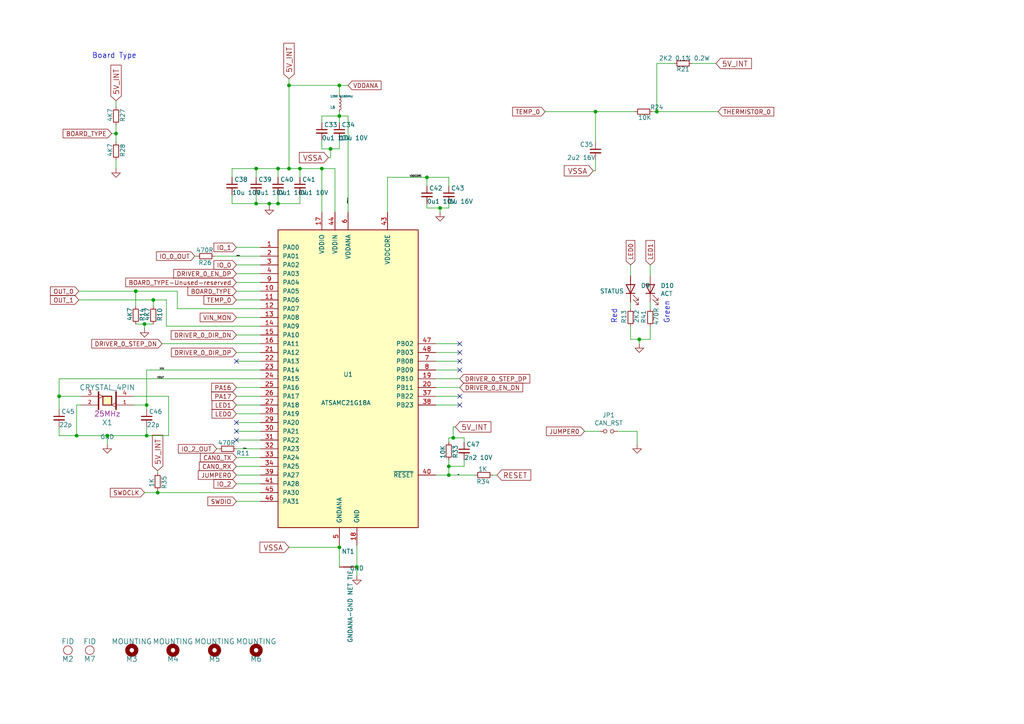
<source format=kicad_sch>
(kicad_sch (version 20211123) (generator eeschema)
  (paper "A4")
  (title_block (title "Duet 3 Expansion 1XD") (date "2022-12-08") (rev "1.1") (company "Duet3D") (comment 1 "(c) Duet3D") (comment 2 "www.duet3d.com"))
  (lib_symbols
    (symbol "Device:C_Small" (pin_numbers hide) (pin_names (offset 0.254) hide)
      (property "Reference" "C" (at 0.254 1.778 0))
      (property "Value" "C_Small" (at 0.254 -2.032 0))
      (symbol "C_Small_0_1"
        (polyline (pts (xy -1.524 -0.508) (xy 1.524 -0.508)) (stroke (width 0.3302)))
        (polyline (pts (xy -1.524 0.508) (xy 1.524 0.508)) (stroke (width 0.3048)))
      )
      (symbol "C_Small_1_1"
        (pin passive line (at 0 2.54 270) (length 2.032) (name "~") (number "1"))
        (pin passive line (at 0 -2.54 90) (length 2.032) (name "~") (number "2"))
      )
    )
    (symbol "Device:Jumper_NO_Small" (pin_numbers hide) (pin_names (offset 0.762) hide)
      (property "Reference" "JP" (at 0 2.032 0))
      (property "Value" "Device_Jumper_NO_Small" (at 0.254 -1.524 0))
      (symbol "Jumper_NO_Small_0_1"
        (circle (center -1.016 0) (radius 0.508))
        (circle (center 1.016 0) (radius 0.508))
        (pin passive line (at -2.54 0 0) (length 1.016) (name "1") (number "1"))
        (pin passive line (at 2.54 0 180) (length 1.016) (name "2") (number "2"))
      )
    )
    (symbol "Device:LED" (pin_numbers hide) (pin_names (offset 1.016) hide)
      (property "Reference" "D" (at 0 2.54 0))
      (property "Value" "LED" (at 0 -2.54 0))
      (symbol "LED_0_1"
        (polyline (pts (xy -1.27 -1.27) (xy -1.27 1.27)) (stroke (width 0.254)))
        (polyline (pts (xy -1.27 0) (xy 1.27 0)))
        (polyline (pts (xy 1.27 -1.27) (xy 1.27 1.27) (xy -1.27 0) (xy 1.27 -1.27)) (stroke (width 0.254)))
        (polyline (pts (xy -3.048 -0.762) (xy -4.572 -2.286) (xy -3.81 -2.286) (xy -4.572 -2.286) (xy -4.572 -1.524)))
        (polyline (pts (xy -1.778 -0.762) (xy -3.302 -2.286) (xy -2.54 -2.286) (xy -3.302 -2.286) (xy -3.302 -1.524)))
      )
      (symbol "LED_1_1"
        (pin passive line (at -3.81 0 0) (length 2.54) (name "K") (number "1"))
        (pin passive line (at 3.81 0 180) (length 2.54) (name "A") (number "2"))
      )
    )
    (symbol "Device:L_Small" (pin_numbers hide) (pin_names (offset 0.254) hide)
      (property "Reference" "L" (at 0.762 1.016 0))
      (property "Value" "L_Small" (at 0.762 -1.016 0))
      (symbol "L_Small_0_1"
        (arc (start 0 -2.032) (mid 0.508 -1.524) (end 0 -1.016))
        (arc (start 0 -1.016) (mid 0.508 -0.508) (end 0 0))
        (arc (start 0 0) (mid 0.508 0.508) (end 0 1.016))
        (arc (start 0 1.016) (mid 0.508 1.524) (end 0 2.032))
      )
      (symbol "L_Small_1_1"
        (pin passive line (at 0 2.54 270) (length 0.508) (name "~") (number "1"))
        (pin passive line (at 0 -2.54 90) (length 0.508) (name "~") (number "2"))
      )
    )
    (symbol "Device:Net-Tie_2" (pin_numbers hide) (pin_names (offset 0) hide)
      (property "Reference" "NT" (at 0 1.27 0))
      (property "Value" "Device_Net-Tie_2" (at 0 -1.27 0))
      (symbol "Net-Tie_2_0_1"
        (polyline (pts (xy -1.27 0) (xy 1.27 0)) (stroke (width 0.254)))
      )
      (symbol "Net-Tie_2_1_1"
        (pin passive line (at -2.54 0 0) (length 2.54) (name "1") (number "1"))
        (pin passive line (at 2.54 0 180) (length 2.54) (name "2") (number "2"))
      )
    )
    (symbol "Device:R_Small" (pin_numbers hide) (pin_names (offset 0.254) hide)
      (property "Reference" "R" (at 0.762 0.508 0))
      (property "Value" "R_Small" (at 0.762 -1.016 0))
      (symbol "R_Small_0_1"
        (rectangle (start -0.762 1.778) (end 0.762 -1.778) (stroke (width 0.2032)))
      )
      (symbol "R_Small_1_1"
        (pin passive line (at 0 2.54 270) (length 0.762) (name "~") (number "1"))
        (pin passive line (at 0 -2.54 90) (length 0.762) (name "~") (number "2"))
      )
    )
    (symbol "Duet3:ATSAMC21G18B-MU-MCU_Microchip_SAMC" (pin_names (offset 1.27))
      (property "Reference" "U" (at 0 2.54 0))
      (property "Value" "ATSAMC21G18B-MU-MCU_Microchip_SAMC" (at 1.27 11.43 0))
      (symbol "ATSAMC21G18B-MU-MCU_Microchip_SAMC_0_1"
        (rectangle (start -20.32 43.18) (end 20.32 -43.18) (stroke (width 0.254)) (fill (type background)))
      )
      (symbol "ATSAMC21G18B-MU-MCU_Microchip_SAMC_1_1"
        (pin bidirectional line (at -25.4 38.1 0) (length 5.08) (name "PA00") (number "1"))
        (pin bidirectional line (at -25.4 25.4 0) (length 5.08) (name "PA05") (number "10"))
        (pin bidirectional line (at -25.4 22.86 0) (length 5.08) (name "PA06") (number "11"))
        (pin bidirectional line (at -25.4 20.32 0) (length 5.08) (name "PA07") (number "12"))
        (pin bidirectional line (at -25.4 17.78 0) (length 5.08) (name "PA08") (number "13"))
        (pin bidirectional line (at -25.4 15.24 0) (length 5.08) (name "PA09") (number "14"))
        (pin bidirectional line (at -25.4 12.7 0) (length 5.08) (name "PA10") (number "15"))
        (pin bidirectional line (at -25.4 10.16 0) (length 5.08) (name "PA11") (number "16"))
        (pin power_in line (at -7.62 48.26 270) (length 5.08) (name "VDDIO") (number "17"))
        (pin power_in line (at 2.54 -48.26 90) (length 5.08) (name "GND") (number "18"))
        (pin bidirectional line (at 25.4 0 180) (length 5.08) (name "PB10") (number "19"))
        (pin bidirectional line (at -25.4 35.56 0) (length 5.08) (name "PA01") (number "2"))
        (pin bidirectional line (at 25.4 -2.54 180) (length 5.08) (name "PB11") (number "20"))
        (pin bidirectional line (at -25.4 7.62 0) (length 5.08) (name "PA12") (number "21"))
        (pin bidirectional line (at -25.4 5.08 0) (length 5.08) (name "PA13") (number "22"))
        (pin bidirectional line (at -25.4 2.54 0) (length 5.08) (name "PA14") (number "23"))
        (pin bidirectional line (at -25.4 0 0) (length 5.08) (name "PA15") (number "24"))
        (pin bidirectional line (at -25.4 -2.54 0) (length 5.08) (name "PA16") (number "25"))
        (pin bidirectional line (at -25.4 -5.08 0) (length 5.08) (name "PA17") (number "26"))
        (pin bidirectional line (at -25.4 -7.62 0) (length 5.08) (name "PA18") (number "27"))
        (pin bidirectional line (at -25.4 -10.16 0) (length 5.08) (name "PA19") (number "28"))
        (pin bidirectional line (at -25.4 -12.7 0) (length 5.08) (name "PA20") (number "29"))
        (pin bidirectional line (at -25.4 33.02 0) (length 5.08) (name "PA02") (number "3"))
        (pin bidirectional line (at -25.4 -15.24 0) (length 5.08) (name "PA21") (number "30"))
        (pin bidirectional line (at -25.4 -17.78 0) (length 5.08) (name "PA22") (number "31"))
        (pin bidirectional line (at -25.4 -20.32 0) (length 5.08) (name "PA23") (number "32"))
        (pin bidirectional line (at -25.4 -22.86 0) (length 5.08) (name "PA24") (number "33"))
        (pin bidirectional line (at -25.4 -25.4 0) (length 5.08) (name "PA25") (number "34"))
        (pin passive line (at 2.54 -48.26 90) (length 5.08) hide (name "GND") (number "35"))
        (pin passive line (at -7.62 48.26 270) (length 5.08) hide (name "VDDIO") (number "36"))
        (pin bidirectional line (at 25.4 -5.08 180) (length 5.08) (name "PB22") (number "37"))
        (pin bidirectional line (at 25.4 -7.62 180) (length 5.08) (name "PB23") (number "38"))
        (pin bidirectional line (at -25.4 -27.94 0) (length 5.08) (name "PA27") (number "39"))
        (pin bidirectional line (at -25.4 30.48 0) (length 5.08) (name "PA03") (number "4"))
        (pin input line (at 25.4 -27.94 180) (length 5.08) (name "~{RESET}") (number "40"))
        (pin bidirectional line (at -25.4 -30.48 0) (length 5.08) (name "PA28") (number "41"))
        (pin passive line (at 2.54 -48.26 90) (length 5.08) hide (name "GND") (number "42"))
        (pin power_in line (at 11.43 48.26 270) (length 5.08) (name "VDDCORE") (number "43"))
        (pin power_in line (at -3.81 48.26 270) (length 5.08) (name "VDDIN") (number "44"))
        (pin bidirectional line (at -25.4 -33.02 0) (length 5.08) (name "PA30") (number "45"))
        (pin bidirectional line (at -25.4 -35.56 0) (length 5.08) (name "PA31") (number "46"))
        (pin bidirectional line (at 25.4 10.16 180) (length 5.08) (name "PB02") (number "47"))
        (pin bidirectional line (at 25.4 7.62 180) (length 5.08) (name "PB03") (number "48"))
        (pin passive line (at 2.54 -48.26 90) (length 5.08) hide (name "GND") (number "49"))
        (pin power_in line (at -2.54 -48.26 90) (length 5.08) (name "GNDANA") (number "5"))
        (pin power_in line (at 0 48.26 270) (length 5.08) (name "VDDANA") (number "6"))
        (pin bidirectional line (at 25.4 5.08 180) (length 5.08) (name "PB08") (number "7"))
        (pin bidirectional line (at 25.4 2.54 180) (length 5.08) (name "PB09") (number "8"))
        (pin bidirectional line (at -25.4 27.94 0) (length 5.08) (name "PA04") (number "9"))
      )
    )
    (symbol "Duet3:CRYSTAL_4PIN" (pin_names (offset 1.016) hide)
      (property "Reference" "X" (at 0 3.81 0))
      (property "Value" "CRYSTAL_4PIN" (at 0 -3.81 0))
      (symbol "CRYSTAL_4PIN_0_1"
        (polyline (pts (xy -2.54 2.54) (xy -2.54 -2.54)) (stroke (width 0.4064)))
        (polyline (pts (xy 2.54 2.54) (xy 2.54 -2.54)) (stroke (width 0.4064)))
        (polyline (pts (xy -1.27 1.27) (xy 1.27 1.27) (xy 1.27 -1.27) (xy -1.27 -1.27) (xy -1.27 1.27)) (stroke (width 0.3048)) (fill (type background)))
      )
      (symbol "CRYSTAL_4PIN_1_1"
        (pin passive clock (at -7.62 1.27 0) (length 5.08) (name "1") (number "1"))
        (pin passive line (at 7.62 1.27 180) (length 5.08) (name "2") (number "2"))
        (pin passive clock (at 7.62 -1.27 180) (length 5.08) (name "3") (number "3"))
        (pin passive line (at -7.62 -1.27 0) (length 5.08) (name "4") (number "4"))
      )
    )
    (symbol "Duet3:FID" (pin_names (offset 1.016))
      (property "Reference" "M" (at 0 -2.54 0))
      (property "Value" "FID" (at 0 2.54 0))
      (symbol "FID_0_1"
        (circle (center 0 0) (radius 1.27))
      )
    )
    (symbol "Mechanical:MountingHole" (pin_names (offset 1.016))
      (property "Reference" "H" (at 0 5.08 0))
      (property "Value" "MountingHole" (at 0 3.175 0))
      (symbol "MountingHole_0_1"
        (circle (center 0 0) (radius 1.27) (stroke (width 1.27)))
      )
    )
    (symbol "power:GND" (power) (pin_numbers hide) (pin_names (offset 0) hide)
      (property "Value" "GND" (at 0 -3.81 0))
      (symbol "GND_0_1"
        (polyline (pts (xy 0 0) (xy 0 -1.27) (xy 1.27 -1.27) (xy 0 -2.54) (xy -1.27 -1.27) (xy 0 -1.27)))
      )
      (symbol "GND_1_1"
        (pin power_in line (at 0 0 270) (length 0) hide (name "GND") (number "1"))
      )
    )
  )
  (junction (at 130.175 135.255))
  (junction (at 39.37 84.455))
  (junction (at 103.505 164.465))
  (junction (at 17.145 114.935))
  (junction (at 190.5 32.385))
  (junction (at 45.72 142.875))
  (junction (at 172.72 32.385))
  (junction (at 33.655 38.735))
  (junction (at 98.425 24.765))
  (junction (at 131.445 127))
  (junction (at 127.635 60.325))
  (junction (at 80.645 48.895))
  (junction (at 74.295 59.055))
  (junction (at 42.545 117.475))
  (junction (at 93.345 48.895))
  (junction (at 44.45 86.995))
  (junction (at 98.425 158.75))
  (junction (at 130.175 137.795))
  (junction (at 74.295 48.895))
  (junction (at 95.885 43.18))
  (junction (at 86.995 48.895))
  (junction (at 98.425 33.655))
  (junction (at 41.91 93.98))
  (junction (at 22.225 126.365))
  (junction (at 42.545 126.365))
  (junction (at 78.105 59.055))
  (junction (at 83.82 24.765))
  (junction (at 31.115 126.365))
  (junction (at 83.82 48.895))
  (junction (at 123.825 51.435))
  (junction (at 185.42 98.425))
  (junction (at 80.645 59.055))
  (no_connect (at 133.35 117.475))
  (no_connect (at 68.58 122.555))
  (no_connect (at 133.35 114.935))
  (no_connect (at 68.58 104.775))
  (no_connect (at 133.35 102.235))
  (no_connect (at 68.58 125.095))
  (no_connect (at 133.35 104.775))
  (no_connect (at 68.58 127.635))
  (no_connect (at 133.35 99.695))
  (no_connect (at 133.35 107.315))
  (wire (pts (xy 98.425 158.115) (xy 98.425 158.75)))
  (wire (pts (xy 22.225 126.365) (xy 17.145 126.365)))
  (wire (pts (xy 98.425 27.305) (xy 98.425 24.765)))
  (wire (pts (xy 130.175 127) (xy 130.175 128.27)))
  (wire (pts (xy 98.425 24.765) (xy 83.82 24.765)))
  (wire (pts (xy 182.88 87.63) (xy 182.88 89.535)))
  (wire (pts (xy 68.58 132.715) (xy 75.565 132.715)))
  (wire (pts (xy 33.655 38.735) (xy 32.385 38.735)))
  (wire (pts (xy 112.395 51.435) (xy 123.825 51.435)))
  (wire (pts (xy 68.58 122.555) (xy 75.565 122.555)))
  (wire (pts (xy 93.345 43.18) (xy 95.885 43.18)))
  (wire (pts (xy 80.645 48.895) (xy 80.645 51.435)))
  (wire (pts (xy 103.505 164.465) (xy 103.505 167.005)))
  (wire (pts (xy 74.295 48.895) (xy 74.295 51.435)))
  (wire (pts (xy 133.35 109.855) (xy 126.365 109.855)))
  (wire (pts (xy 68.58 104.775) (xy 75.565 104.775)))
  (wire (pts (xy 93.345 33.655) (xy 93.345 35.56)))
  (wire (pts (xy 190.5 32.385) (xy 208.28 32.385)))
  (wire (pts (xy 98.425 158.75) (xy 98.425 164.465)))
  (wire (pts (xy 182.88 98.425) (xy 185.42 98.425)))
  (wire (pts (xy 131.445 127) (xy 131.445 123.825)))
  (wire (pts (xy 42.545 126.365) (xy 42.545 123.825)))
  (wire (pts (xy 78.105 59.055) (xy 80.645 59.055)))
  (wire (pts (xy 86.995 48.895) (xy 86.995 51.435)))
  (wire (pts (xy 93.345 48.895) (xy 93.345 61.595)))
  (wire (pts (xy 127.635 61.595) (xy 127.635 60.325)))
  (wire (pts (xy 133.35 112.395) (xy 126.365 112.395)))
  (wire (pts (xy 130.175 135.255) (xy 130.175 137.795)))
  (wire (pts (xy 130.175 137.795) (xy 137.795 137.795)))
  (wire (pts (xy 46.99 99.695) (xy 75.565 99.695)))
  (wire (pts (xy 68.58 112.395) (xy 75.565 112.395)))
  (wire (pts (xy 134.62 128.27) (xy 134.62 127)))
  (wire (pts (xy 17.145 114.935) (xy 23.495 114.935)))
  (wire (pts (xy 41.91 142.875) (xy 45.72 142.875)))
  (wire (pts (xy 48.26 94.615) (xy 48.26 86.995)))
  (wire (pts (xy 48.26 86.995) (xy 44.45 86.995)))
  (wire (pts (xy 67.31 59.055) (xy 74.295 59.055)))
  (wire (pts (xy 23.495 117.475) (xy 22.225 117.475)))
  (wire (pts (xy 33.655 46.355) (xy 33.655 48.895)))
  (wire (pts (xy 45.72 142.875) (xy 75.565 142.875)))
  (wire (pts (xy 134.62 127) (xy 131.445 127)))
  (wire (pts (xy 127.635 60.325) (xy 123.825 60.325)))
  (wire (pts (xy 172.72 41.275) (xy 172.72 32.385)))
  (wire (pts (xy 39.37 88.9) (xy 39.37 84.455)))
  (wire (pts (xy 93.345 43.18) (xy 93.345 40.64)))
  (wire (pts (xy 17.145 109.855) (xy 17.145 114.935)))
  (wire (pts (xy 62.23 74.295) (xy 75.565 74.295)))
  (wire (pts (xy 112.395 61.595) (xy 112.395 51.435)))
  (wire (pts (xy 182.88 76.835) (xy 182.88 80.01)))
  (wire (pts (xy 95.25 45.72) (xy 95.885 45.72)))
  (wire (pts (xy 33.655 29.21) (xy 33.655 31.115)))
  (wire (pts (xy 51.435 84.455) (xy 51.435 89.535)))
  (wire (pts (xy 68.58 92.075) (xy 75.565 92.075)))
  (wire (pts (xy 179.07 125.095) (xy 184.785 125.095)))
  (wire (pts (xy 126.365 137.795) (xy 130.175 137.795)))
  (wire (pts (xy 185.42 98.425) (xy 188.595 98.425)))
  (wire (pts (xy 78.105 59.055) (xy 78.105 59.69)))
  (wire (pts (xy 48.26 94.615) (xy 75.565 94.615)))
  (wire (pts (xy 56.515 74.295) (xy 57.15 74.295)))
  (wire (pts (xy 83.82 24.765) (xy 83.82 48.895)))
  (wire (pts (xy 185.42 99.695) (xy 185.42 98.425)))
  (wire (pts (xy 134.62 135.255) (xy 130.175 135.255)))
  (wire (pts (xy 62.865 130.175) (xy 63.5 130.175)))
  (wire (pts (xy 68.58 76.835) (xy 75.565 76.835)))
  (wire (pts (xy 133.35 117.475) (xy 126.365 117.475)))
  (wire (pts (xy 98.425 43.18) (xy 98.425 40.64)))
  (wire (pts (xy 42.545 117.475) (xy 38.735 117.475)))
  (wire (pts (xy 98.425 33.655) (xy 93.345 33.655)))
  (wire (pts (xy 68.58 145.415) (xy 75.565 145.415)))
  (wire (pts (xy 127.635 60.325) (xy 130.175 60.325)))
  (wire (pts (xy 48.895 126.365) (xy 42.545 126.365)))
  (wire (pts (xy 31.115 126.365) (xy 22.225 126.365)))
  (wire (pts (xy 188.595 87.63) (xy 188.595 89.535)))
  (wire (pts (xy 173.99 125.095) (xy 169.545 125.095)))
  (wire (pts (xy 158.115 32.385) (xy 172.72 32.385)))
  (wire (pts (xy 68.58 79.375) (xy 75.565 79.375)))
  (wire (pts (xy 80.645 48.895) (xy 83.82 48.895)))
  (wire (pts (xy 188.595 76.835) (xy 188.595 80.01)))
  (wire (pts (xy 189.23 32.385) (xy 190.5 32.385)))
  (wire (pts (xy 80.645 59.055) (xy 80.645 56.515)))
  (wire (pts (xy 200.66 18.415) (xy 207.645 18.415)))
  (wire (pts (xy 17.145 126.365) (xy 17.145 123.825)))
  (wire (pts (xy 98.425 33.655) (xy 98.425 35.56)))
  (wire (pts (xy 68.58 117.475) (xy 75.565 117.475)))
  (wire (pts (xy 68.58 84.455) (xy 75.565 84.455)))
  (wire (pts (xy 48.895 114.935) (xy 48.895 126.365)))
  (wire (pts (xy 83.82 48.895) (xy 86.995 48.895)))
  (wire (pts (xy 130.175 60.325) (xy 130.175 59.055)))
  (wire (pts (xy 100.965 24.765) (xy 98.425 24.765)))
  (wire (pts (xy 172.72 46.355) (xy 172.72 49.53)))
  (wire (pts (xy 130.175 51.435) (xy 123.825 51.435)))
  (wire (pts (xy 133.35 104.775) (xy 126.365 104.775)))
  (wire (pts (xy 68.58 114.935) (xy 75.565 114.935)))
  (wire (pts (xy 68.58 86.995) (xy 75.565 86.995)))
  (wire (pts (xy 17.145 109.855) (xy 75.565 109.855)))
  (wire (pts (xy 44.45 86.995) (xy 22.86 86.995)))
  (wire (pts (xy 68.58 137.795) (xy 75.565 137.795)))
  (wire (pts (xy 22.86 84.455) (xy 39.37 84.455)))
  (wire (pts (xy 123.825 60.325) (xy 123.825 59.055)))
  (wire (pts (xy 184.15 32.385) (xy 172.72 32.385)))
  (wire (pts (xy 67.31 56.515) (xy 67.31 59.055)))
  (wire (pts (xy 142.875 137.795) (xy 144.145 137.795)))
  (wire (pts (xy 74.295 56.515) (xy 74.295 59.055)))
  (wire (pts (xy 45.72 142.24) (xy 45.72 142.875)))
  (wire (pts (xy 33.655 41.275) (xy 33.655 38.735)))
  (wire (pts (xy 68.58 135.255) (xy 75.565 135.255)))
  (wire (pts (xy 39.37 84.455) (xy 51.435 84.455)))
  (wire (pts (xy 39.37 93.98) (xy 41.91 93.98)))
  (wire (pts (xy 42.545 107.315) (xy 75.565 107.315)))
  (wire (pts (xy 86.995 48.895) (xy 93.345 48.895)))
  (wire (pts (xy 74.295 48.895) (xy 80.645 48.895)))
  (wire (pts (xy 103.505 158.115) (xy 103.505 164.465)))
  (wire (pts (xy 44.45 88.9) (xy 44.45 86.995)))
  (wire (pts (xy 68.58 130.175) (xy 75.565 130.175)))
  (wire (pts (xy 17.145 118.745) (xy 17.145 114.935)))
  (wire (pts (xy 97.155 48.895) (xy 97.155 61.595)))
  (wire (pts (xy 86.995 59.055) (xy 86.995 56.515)))
  (wire (pts (xy 100.965 61.595) (xy 100.965 33.655)))
  (wire (pts (xy 41.91 93.98) (xy 44.45 93.98)))
  (wire (pts (xy 130.175 133.35) (xy 130.175 135.255)))
  (wire (pts (xy 95.885 43.18) (xy 98.425 43.18)))
  (wire (pts (xy 98.425 32.385) (xy 98.425 33.655)))
  (wire (pts (xy 182.88 94.615) (xy 182.88 98.425)))
  (wire (pts (xy 134.62 133.35) (xy 134.62 135.255)))
  (wire (pts (xy 38.735 114.935) (xy 48.895 114.935)))
  (wire (pts (xy 68.58 125.095) (xy 75.565 125.095)))
  (wire (pts (xy 51.435 89.535) (xy 75.565 89.535)))
  (wire (pts (xy 68.58 140.335) (xy 75.565 140.335)))
  (wire (pts (xy 31.115 128.905) (xy 31.115 126.365)))
  (wire (pts (xy 42.545 117.475) (xy 42.545 107.315)))
  (wire (pts (xy 67.31 51.435) (xy 67.31 48.895)))
  (wire (pts (xy 190.5 18.415) (xy 190.5 32.385)))
  (wire (pts (xy 131.445 127) (xy 130.175 127)))
  (wire (pts (xy 195.58 18.415) (xy 190.5 18.415)))
  (wire (pts (xy 68.58 97.155) (xy 75.565 97.155)))
  (wire (pts (xy 188.595 98.425) (xy 188.595 94.615)))
  (wire (pts (xy 45.72 136.525) (xy 45.72 137.16)))
  (wire (pts (xy 130.175 53.975) (xy 130.175 51.435)))
  (wire (pts (xy 93.345 48.895) (xy 97.155 48.895)))
  (wire (pts (xy 33.655 36.195) (xy 33.655 38.735)))
  (wire (pts (xy 133.35 107.315) (xy 126.365 107.315)))
  (wire (pts (xy 100.965 33.655) (xy 98.425 33.655)))
  (wire (pts (xy 74.295 59.055) (xy 78.105 59.055)))
  (wire (pts (xy 83.82 158.75) (xy 98.425 158.75)))
  (wire (pts (xy 68.58 81.915) (xy 75.565 81.915)))
  (wire (pts (xy 133.35 102.235) (xy 126.365 102.235)))
  (wire (pts (xy 22.225 117.475) (xy 22.225 126.365)))
  (wire (pts (xy 68.58 127.635) (xy 75.565 127.635)))
  (wire (pts (xy 68.58 120.015) (xy 75.565 120.015)))
  (wire (pts (xy 123.825 51.435) (xy 123.825 53.975)))
  (wire (pts (xy 80.645 59.055) (xy 86.995 59.055)))
  (wire (pts (xy 126.365 99.695) (xy 133.35 99.695)))
  (wire (pts (xy 184.785 125.095) (xy 184.785 128.905)))
  (wire (pts (xy 133.35 114.935) (xy 126.365 114.935)))
  (wire (pts (xy 42.545 118.745) (xy 42.545 117.475)))
  (wire (pts (xy 83.82 22.86) (xy 83.82 24.765)))
  (wire (pts (xy 172.085 49.53) (xy 172.72 49.53)))
  (wire (pts (xy 131.445 123.825) (xy 132.08 123.825)))
  (wire (pts (xy 68.58 102.235) (xy 75.565 102.235)))
  (wire (pts (xy 68.58 71.755) (xy 75.565 71.755)))
  (wire (pts (xy 95.885 45.72) (xy 95.885 43.18)))
  (wire (pts (xy 31.115 126.365) (xy 42.545 126.365)))
  (wire (pts (xy 41.91 93.98) (xy 41.91 95.25)))
  (wire (pts (xy 67.31 48.895) (xy 74.295 48.895)))
  (text "Board Type" (at 26.67 17.145 0) (effects (font (size 1.524 1.524)) (justify left bottom)))
  (text "Green" (at 194.31 93.98 90) (effects (font (size 1.524 1.524)) (justify left bottom)))
  (text "Red" (at 179.07 93.98 90) (effects (font (size 1.524 1.524)) (justify left bottom)))
  (label "io0out" (at 68.58 74.295 0) (effects (font (size 0.2032 0.2032))))
  (label "io2out" (at 70.485 130.175 0) (effects (font (size 0.2032 0.2032))))
  (label "XOUT" (at 47.625 109.855 180) (effects (font (size 0.508 0.508))))
  (label "VDDCORE" (at 118.745 51.435 0) (effects (font (size 0.508 0.508))))
  (label "VDDANA_IN" (at 100.965 59.055 90) (effects (font (size 0.2032 0.2032))))
  (label "rst" (at 132.715 137.795 0) (effects (font (size 0.2032 0.2032))))
  (label "XIN" (at 47.625 107.315 180) (effects (font (size 0.508 0.508))))
  (global_label "IO_0" (shape input) (at 68.58 76.835 180) (property "Intersheet References" "${INTERSHEET_REFS}" (effects hide)))
  (global_label "SWDCLK" (shape input) (at 41.91 142.875 180) (property "Intersheet References" "${INTERSHEET_REFS}" (effects hide)))
  (global_label "CAN0_RX" (shape input) (at 68.58 135.255 180) (property "Intersheet References" "${INTERSHEET_REFS}" (effects hide)))
  (global_label "IO_2_OUT" (shape input) (at 62.865 130.175 180) (property "Intersheet References" "${INTERSHEET_REFS}" (effects hide)))
  (global_label "SWDIO" (shape input) (at 68.58 145.415 180) (property "Intersheet References" "${INTERSHEET_REFS}" (effects hide)))
  (global_label "DRIVER_0_EN_DP" (shape input) (at 68.58 79.375 180) (property "Intersheet References" "${INTERSHEET_REFS}" (effects hide)))
  (global_label "5V_INT" (shape input) (at 33.655 29.21 90) (effects (font (size 1.524 1.524))) (property "Intersheet References" "${INTERSHEET_REFS}" (effects hide)))
  (global_label "VSSA" (shape input) (at 83.82 158.75 180) (effects (font (size 1.524 1.524))) (property "Intersheet References" "${INTERSHEET_REFS}" (effects hide)))
  (global_label "VIN_MON" (shape input) (at 68.58 92.075 180) (property "Intersheet References" "${INTERSHEET_REFS}" (effects hide)))
  (global_label "IO_2" (shape input) (at 68.58 140.335 180) (property "Intersheet References" "${INTERSHEET_REFS}" (effects hide)))
  (global_label "5V_INT" (shape input) (at 83.82 22.86 90) (effects (font (size 1.524 1.524))) (property "Intersheet References" "${INTERSHEET_REFS}" (effects hide)))
  (global_label "JUMPER0" (shape input) (at 169.545 125.095 180) (property "Intersheet References" "${INTERSHEET_REFS}" (effects hide)))
  (global_label "IO_1" (shape input) (at 68.58 71.755 180) (property "Intersheet References" "${INTERSHEET_REFS}" (effects hide)))
  (global_label "BOARD_TYPE" (shape input) (at 32.385 38.735 180) (property "Intersheet References" "${INTERSHEET_REFS}" (effects hide)))
  (global_label "VSSA" (shape input) (at 95.25 45.72 180) (effects (font (size 1.524 1.524))) (property "Intersheet References" "${INTERSHEET_REFS}" (effects hide)))
  (global_label "DRIVER_0_STEP_DP" (shape input) (at 133.35 109.855 0) (property "Intersheet References" "${INTERSHEET_REFS}" (effects hide)))
  (global_label "DRIVER_0_DIR_DN" (shape input) (at 68.58 97.155 180) (property "Intersheet References" "${INTERSHEET_REFS}" (effects hide)))
  (global_label "VSSA" (shape input) (at 172.085 49.53 180) (effects (font (size 1.524 1.524))) (property "Intersheet References" "${INTERSHEET_REFS}" (effects hide)))
  (global_label "OUT_0" (shape input) (at 22.86 84.455 180) (property "Intersheet References" "${INTERSHEET_REFS}" (effects hide)))
  (global_label "5V_INT" (shape input) (at 132.08 123.825 0) (effects (font (size 1.524 1.524))) (property "Intersheet References" "${INTERSHEET_REFS}" (effects hide)))
  (global_label "BOARD_TYPE-Unused-reserved" (shape input) (at 68.58 81.915 180) (property "Intersheet References" "${INTERSHEET_REFS}" (effects hide)))
  (global_label "DRIVER_0_DIR_DP" (shape input) (at 68.58 102.235 180) (property "Intersheet References" "${INTERSHEET_REFS}" (effects hide)))
  (global_label "5V_INT" (shape input) (at 207.645 18.415 0) (effects (font (size 1.524 1.524))) (property "Intersheet References" "${INTERSHEET_REFS}" (effects hide)))
  (global_label "PA16" (shape input) (at 68.58 112.395 180) (property "Intersheet References" "${INTERSHEET_REFS}" (effects hide)))
  (global_label "JUMPER0" (shape input) (at 68.58 137.795 180) (property "Intersheet References" "${INTERSHEET_REFS}" (effects hide)))
  (global_label "THERMISTOR_0" (shape input) (at 208.28 32.385 0) (property "Intersheet References" "${INTERSHEET_REFS}" (effects hide)))
  (global_label "LED1" (shape input) (at 68.58 117.475 180) (property "Intersheet References" "${INTERSHEET_REFS}" (effects hide)))
  (global_label "DRIVER_0_STEP_DN" (shape input) (at 46.99 99.695 180) (property "Intersheet References" "${INTERSHEET_REFS}" (effects hide)))
  (global_label "5V_INT" (shape input) (at 45.72 136.525 90) (effects (font (size 1.524 1.524))) (property "Intersheet References" "${INTERSHEET_REFS}" (effects hide)))
  (global_label "IO_0_OUT" (shape input) (at 56.515 74.295 180) (property "Intersheet References" "${INTERSHEET_REFS}" (effects hide)))
  (global_label "OUT_1" (shape input) (at 22.86 86.995 180) (property "Intersheet References" "${INTERSHEET_REFS}" (effects hide)))
  (global_label "BOARD_TYPE" (shape input) (at 68.58 84.455 180) (property "Intersheet References" "${INTERSHEET_REFS}" (effects hide)))
  (global_label "PA17" (shape input) (at 68.58 114.935 180) (property "Intersheet References" "${INTERSHEET_REFS}" (effects hide)))
  (global_label "LED0" (shape input) (at 68.58 120.015 180) (property "Intersheet References" "${INTERSHEET_REFS}" (effects hide)))
  (global_label "TEMP_0" (shape input) (at 158.115 32.385 180) (property "Intersheet References" "${INTERSHEET_REFS}" (effects hide)))
  (global_label "LED1" (shape input) (at 188.595 76.835 90) (property "Intersheet References" "${INTERSHEET_REFS}" (effects hide)))
  (global_label "DRIVER_0_EN_DN" (shape input) (at 133.35 112.395 0) (property "Intersheet References" "${INTERSHEET_REFS}" (effects hide)))
  (global_label "CAN0_TX" (shape input) (at 68.58 132.715 180) (property "Intersheet References" "${INTERSHEET_REFS}" (effects hide)))
  (global_label "VDDANA" (shape input) (at 100.965 24.765 0) (property "Intersheet References" "${INTERSHEET_REFS}" (effects hide)))
  (global_label "LED0" (shape input) (at 182.88 76.835 90) (property "Intersheet References" "${INTERSHEET_REFS}" (effects hide)))
  (global_label "RESET" (shape input) (at 144.145 137.795 0) (effects (font (size 1.524 1.524))) (property "Intersheet References" "${INTERSHEET_REFS}" (effects hide)))
  (global_label "TEMP_0" (shape input) (at 68.58 86.995 180) (property "Intersheet References" "${INTERSHEET_REFS}" (effects hide)))
  (symbol (lib_id "Device:C_Small") (at 74.295 53.975 0) (unit 1)
    (property "Reference" "C39" (at 74.93 52.07 0) (effects (justify left)))
    (property "Value" "0u1 10V" (at 74.295 55.88 0) (effects (justify left)))
    (property "Footprint" "Capacitor_SMD:C_0402_1005Metric_Wbry" (effects hide))
    (property "Part Number" "CL05B104KP5NNNC" (effects hide))
  )
  (symbol (lib_id "Device:C_Small") (at 80.645 53.975 0) (unit 1)
    (property "Reference" "C40" (at 81.28 52.07 0) (effects (justify left)))
    (property "Value" "0u1 10V" (at 80.645 55.88 0) (effects (justify left)))
    (property "Footprint" "Capacitor_SMD:C_0402_1005Metric_Wbry" (effects hide))
    (property "Part Number" "CL05B104KP5NNNC" (effects hide))
  )
  (symbol (lib_id "Device:C_Small") (at 93.345 38.1 0) (unit 1)
    (property "Reference" "C33" (at 93.98 36.195 0) (effects (justify left)))
    (property "Value" "0u1 10V" (at 93.345 40.005 0) (effects (justify left)))
    (property "Footprint" "Capacitor_SMD:C_0402_1005Metric_Wbry" (effects hide))
    (property "Part Number" "CL05B104KP5NNNC" (effects hide))
  )
  (symbol (lib_id "Device:C_Small") (at 86.995 53.975 0) (unit 1)
    (property "Reference" "C41" (at 87.63 52.07 0) (effects (justify left)))
    (property "Value" "0u1 10V" (at 86.995 55.88 0) (effects (justify left)))
    (property "Footprint" "Capacitor_SMD:C_0402_1005Metric_Wbry" (effects hide))
    (property "Part Number" "CL05B104KP5NNNC" (effects hide))
  )
  (symbol (lib_id "Device:C_Small") (at 17.145 121.285 0) (unit 1)
    (property "Reference" "C45" (at 17.78 119.38 0) (effects (justify left)))
    (property "Value" "22p" (at 17.145 123.19 0) (effects (justify left)))
    (property "Footprint" "Capacitor_SMD:C_0402_1005Metric_Wbry" (effects hide))
    (property "Part Number" "C0402C220J4GACTU" (effects hide))
  )
  (symbol (lib_id "Device:C_Small") (at 42.545 121.285 0) (unit 1)
    (property "Reference" "C46" (at 43.18 119.38 0) (effects (justify left)))
    (property "Value" "22p" (at 42.545 123.19 0) (effects (justify left)))
    (property "Footprint" "Capacitor_SMD:C_0402_1005Metric_Wbry" (effects hide))
    (property "Part Number" "C0402C220J4GACTU" (effects hide))
  )
  (symbol (lib_id "Device:C_Small") (at 123.825 56.515 0) (unit 1)
    (property "Reference" "C42" (at 124.46 54.61 0) (effects (justify left)))
    (property "Value" "0u1 10V" (at 123.825 58.42 0) (effects (justify left)))
    (property "Footprint" "Capacitor_SMD:C_0402_1005Metric_Wbry" (effects hide))
    (property "Part Number" "CL05B104KP5NNNC" (effects hide))
  )
  (symbol (lib_id "Duet3:CRYSTAL_4PIN") (at 31.115 116.205 180) (unit 1)
    (property "Reference" "X1" (at 31.115 122.555 0) (effects (font (size 1.524 1.524))))
    (property "Value" "CRYSTAL_4PIN" (at 31.115 112.395 0) (effects (font (size 1.524 1.524))))
    (property "Footprint" "complib:Crystal_SMD_ECS-33B-4Pin_3.2x2.5mm" (effects hide))
    (property "Frequency" "25MHz" (at 31.115 120.015 0) (effects (font (size 1.524 1.524))))
    (property "Part Number" "TSX-3225 25.0000MF10P" (effects hide))
  )
  (symbol (lib_id "Device:C_Small") (at 67.31 53.975 0) (unit 1)
    (property "Reference" "C38" (at 67.945 52.07 0) (effects (justify left)))
    (property "Value" "10u 10V" (at 67.31 55.88 0) (effects (justify left)))
    (property "Footprint" "Capacitor_SMD:C_0805_2012Metric" (effects hide))
    (property "Part Number" "GRM21BR71A106KA73K" (effects hide))
  )
  (symbol (lib_id "Device:C_Small") (at 130.175 56.515 0) (unit 1)
    (property "Reference" "C43" (at 130.81 54.61 0) (effects (justify left)))
    (property "Value" "1u 16V" (at 130.175 58.42 0) (effects (justify left)))
    (property "Footprint" "Capacitor_SMD:C_0603_1608Metric_Wbry" (effects hide))
    (property "Part Number" "CL10B105KO8NNNC" (effects hide))
  )
  (symbol (lib_id "Device:R_Small") (at 186.69 32.385 270) (mirror x) (unit 1)
    (property "Reference" "R24" (at 190.5 31.115 90))
    (property "Value" "10K" (at 186.9948 34.1122 90))
    (property "Footprint" "Resistor_SMD:R_0402_1005Metric_Wbry" (effects hide))
    (property "Part Number" "RK73H1ETTP1002F" (effects hide))
  )
  (symbol (lib_id "Device:C_Small") (at 172.72 43.815 0) (mirror y) (unit 1)
    (property "Reference" "C35" (at 172.085 41.91 0) (effects (justify left)))
    (property "Value" "2u2 16V" (at 172.72 45.72 0) (effects (justify left)))
    (property "Footprint" "Capacitor_SMD:C_0402_1005Metric_Wbry" (effects hide))
    (property "Part Number" "GRM155C81C225ME15D" (effects hide))
  )
  (symbol (lib_id "Device:R_Small") (at 198.12 18.415 270) (mirror x) (unit 1)
    (property "Reference" "R21" (at 198.12 20.066 90))
    (property "Value" "2K2 0.1% 0.2W" (at 198.501 16.891 90))
    (property "Footprint" "Resistor_SMD:R_0603_1608Metric_Wbry" (effects hide))
    (property "Part Number" "ERJ-PB3B2201V" (effects hide))
  )
  (symbol (lib_id "Duet3:FID") (at 19.685 188.595 0) (unit 1)
    (property "Reference" "M2" (at 19.685 191.135 0) (effects (font (size 1.524 1.524))))
    (property "Value" "FID" (at 19.685 186.055 0) (effects (font (size 1.524 1.524))))
    (property "Footprint" "Fiducial:Fiducial_1mm_Mask2mm" (effects hide))
    (property "Part Number" "virtual component - DNP" (effects hide))
  )
  (symbol (lib_id "Mechanical:MountingHole") (at 38.227 188.595 0) (unit 1)
    (property "Reference" "M3" (at 38.227 191.135 0) (effects (font (size 1.524 1.524))))
    (property "Value" "MOUNTING" (at 38.227 186.055 0) (effects (font (size 1.524 1.524))))
    (property "Footprint" "MountingHole:MountingHole_3.2mm_M3" (effects hide))
    (property "Part Number" "virtual component - DNP" (effects hide))
  )
  (symbol (lib_id "Device:R_Small") (at 33.655 43.815 0) (unit 1)
    (property "Reference" "R28" (at 35.56 43.6118 90))
    (property "Value" "4K7" (at 31.9278 43.5102 90))
    (property "Footprint" "Resistor_SMD:R_0402_1005Metric_Wbry" (effects hide))
    (property "Part Number" "RK73H1ETTP4701F" (effects hide))
  )
  (symbol (lib_id "Duet3:ATSAMC21G18B-MU-MCU_Microchip_SAMC") (at 100.965 109.855 0) (unit 1)
    (property "Reference" "U1" (at 100.965 108.585 0))
    (property "Value" "ATSAMC21G18A" (at 100.33 116.84 0))
    (property "Footprint" "Package_DFN_QFN:QFN-48-1EP_7x7mm_P0.5mm_EP5.2x5.2mm_ThermalVias" (effects hide))
    (property "Datasheet" "http://ww1.microchip.com/downloads/en/DeviceDoc/SAM-C20C21-Family-Datasheet-DS60001479C.pdf" (effects hide))
    (property "Part Number" "ATSAMC21G18A-MU" (effects hide))
  )
  (symbol (lib_id "Device:R_Small") (at 39.37 91.44 0) (unit 1)
    (property "Reference" "R14" (at 41.275 91.2368 90))
    (property "Value" "4K7" (at 37.6428 91.1352 90))
    (property "Footprint" "Resistor_SMD:R_0402_1005Metric_Wbry" (effects hide))
    (property "Part Number" "RK73H1ETTP4701F" (effects hide))
  )
  (symbol (lib_id "power:GND") (at 41.91 95.25 0) (unit 1)
    (property "Reference" "#PWR04" (effects hide))
    (property "Value" "GND" (effects hide))
  )
  (symbol (lib_id "power:GND") (at 127.635 61.595 0) (unit 1)
    (property "Reference" "#PWR0122" (effects hide))
    (property "Value" "GND" (effects hide))
  )
  (symbol (lib_id "power:GND") (at 78.105 59.69 0) (unit 1)
    (property "Reference" "#PWR0126" (effects hide))
    (property "Value" "GND" (effects hide))
  )
  (symbol (lib_id "Device:R_Small") (at 59.69 74.295 90) (mirror x) (unit 1)
    (property "Reference" "R26" (at 59.4868 76.2 90))
    (property "Value" "470R" (at 59.3852 72.5678 90))
    (property "Footprint" "Resistor_SMD:R_0402_1005Metric_Wbry" (effects hide))
    (property "Part Number" "RK73H1ETTP4700F" (effects hide))
  )
  (symbol (lib_id "Device:R_Small") (at 44.45 91.44 0) (unit 1)
    (property "Reference" "R10" (at 46.355 91.2368 90))
    (property "Value" "4K7" (at 42.7228 91.1352 90))
    (property "Footprint" "Resistor_SMD:R_0402_1005Metric_Wbry" (effects hide))
    (property "Part Number" "RK73H1ETTP4701F" (effects hide))
  )
  (symbol (lib_id "Device:R_Small") (at 66.04 130.175 90) (mirror x) (unit 1)
    (property "Reference" "R11" (at 70.485 131.445 90))
    (property "Value" "470R" (at 65.7352 128.4478 90))
    (property "Footprint" "Resistor_SMD:R_0402_1005Metric_Wbry" (effects hide))
    (property "Part Number" "RK73H1ETTP4700F" (effects hide))
  )
  (symbol (lib_id "power:GND") (at 33.655 48.895 0) (unit 1)
    (property "Reference" "#PWR0112" (effects hide))
    (property "Value" "GND" (effects hide))
  )
  (symbol (lib_id "Device:Jumper_NO_Small") (at 176.53 125.095 0) (unit 1)
    (property "Reference" "JP1" (at 176.53 120.396 0))
    (property "Value" "CAN_RST" (at 176.53 122.7074 0))
    (property "Footprint" "Connector_PinHeader_2.54mm:PinHeader_1x02_P2.54mm_Vertical" (effects hide))
    (property "Part Number" "2 way pin header + Jumper" (effects hide))
  )
  (symbol (lib_id "power:GND") (at 185.42 99.695 0) (unit 1)
    (property "Reference" "#PWR0113" (effects hide))
    (property "Value" "GND" (effects hide))
  )
  (symbol (lib_id "power:GND") (at 184.785 128.905 0) (unit 1)
    (property "Reference" "#PWR0114" (effects hide))
    (property "Value" "GND" (effects hide))
  )
  (symbol (lib_id "Device:C_Small") (at 98.425 38.1 0) (unit 1)
    (property "Reference" "C34" (at 99.06 36.195 0) (effects (justify left)))
    (property "Value" "10u 10V" (at 98.425 40.005 0) (effects (justify left)))
    (property "Footprint" "Capacitor_SMD:C_0805_2012Metric" (effects hide))
    (property "Part Number" "GRM21BR71A106KA73K" (effects hide))
  )
  (symbol (lib_id "Device:L_Small") (at 98.425 29.845 0) (unit 1)
    (property "Reference" "L6" (at 96.52 31.115 0) (effects (font (size 0.762 0.762))))
    (property "Value" "120R @100Mhz" (at 99.06 27.94 0) (effects (font (size 0.5588 0.5588))))
    (property "Footprint" "Inductor_SMD:L_0402_1005Metric" (effects hide))
    (property "Part Number" "7427927311 or similar" (effects hide))
  )
  (symbol (lib_id "Device:R_Small") (at 45.72 139.7 0) (mirror x) (unit 1)
    (property "Reference" "R35" (at 47.625 139.9032 90))
    (property "Value" "1K" (at 43.9928 140.0048 90))
    (property "Footprint" "Resistor_SMD:R_0402_1005Metric_Wbry" (effects hide))
    (property "Part Number" "RK73H1ETTP1001F" (effects hide))
  )
  (symbol (lib_id "Device:R_Small") (at 130.175 130.81 0) (mirror x) (unit 1)
    (property "Reference" "R33" (at 132.08 131.0132 90))
    (property "Value" "10K" (at 128.4478 131.1148 90))
    (property "Footprint" "Resistor_SMD:R_0402_1005Metric_Wbry" (effects hide))
    (property "Part Number" "RK73H1ETTP1002F" (effects hide))
  )
  (symbol (lib_id "Device:R_Small") (at 140.335 137.795 90) (mirror x) (unit 1)
    (property "Reference" "R34" (at 140.1318 139.7 90))
    (property "Value" "1K" (at 140.0302 136.0678 90))
    (property "Footprint" "Resistor_SMD:R_0402_1005Metric_Wbry" (effects hide))
    (property "Part Number" "RK73H1ETTP1001F" (effects hide))
  )
  (symbol (lib_id "Device:C_Small") (at 134.62 130.81 0) (unit 1)
    (property "Reference" "C47" (at 135.255 128.905 0) (effects (justify left)))
    (property "Value" "2n2 10V" (at 134.62 132.715 0) (effects (justify left)))
    (property "Footprint" "Capacitor_SMD:C_0402_1005Metric_Wbry" (effects hide))
    (property "Part Number" "0402YC222KAT2A" (effects hide))
  )
  (symbol (lib_id "Device:R_Small") (at 33.655 33.655 0) (unit 1)
    (property "Reference" "R27" (at 35.56 33.4518 90))
    (property "Value" "4K7" (at 31.9278 33.3502 90))
    (property "Footprint" "Resistor_SMD:R_0402_1005Metric_Wbry" (effects hide))
    (property "Part Number" "RK73H1ETTP4701F" (effects hide))
  )
  (symbol (lib_id "Mechanical:MountingHole") (at 50.165 188.595 0) (unit 1)
    (property "Reference" "M4" (at 50.165 191.135 0) (effects (font (size 1.524 1.524))))
    (property "Value" "MOUNTING" (at 50.165 186.055 0) (effects (font (size 1.524 1.524))))
    (property "Footprint" "MountingHole:MountingHole_3.2mm_M3" (effects hide))
    (property "Part Number" "virtual component - DNP" (effects hide))
  )
  (symbol (lib_id "Mechanical:MountingHole") (at 62.23 188.595 0) (unit 1)
    (property "Reference" "M5" (at 62.23 191.135 0) (effects (font (size 1.524 1.524))))
    (property "Value" "MOUNTING" (at 62.23 186.055 0) (effects (font (size 1.524 1.524))))
    (property "Footprint" "MountingHole:MountingHole_3.2mm_M3" (effects hide))
    (property "Part Number" "virtual component - DNP" (effects hide))
  )
  (symbol (lib_id "Mechanical:MountingHole") (at 74.295 188.595 0) (unit 1)
    (property "Reference" "M6" (at 74.295 191.135 0) (effects (font (size 1.524 1.524))))
    (property "Value" "MOUNTING" (at 74.295 186.055 0) (effects (font (size 1.524 1.524))))
    (property "Footprint" "MountingHole:MountingHole_3.2mm_M3" (effects hide))
    (property "Part Number" "virtual component - DNP" (effects hide))
  )
  (symbol (lib_id "Device:Net-Tie_2") (at 100.965 164.465 0) (unit 1)
    (property "Reference" "NT1" (at 100.965 159.9438 0))
    (property "Value" "GNDANA-GND NET TIE" (at 101.6 175.895 90))
    (property "Footprint" "NetTie:NetTie-2_SMD_Pad0.5mm" (effects hide))
    (property "Part Number" "virtual component - DNP" (effects hide))
  )
  (symbol (lib_id "power:GND") (at 103.505 167.005 0) (unit 1)
    (property "Reference" "#PWR0123" (effects hide))
    (property "Value" "GND" (at 103.505 164.7952 0))
  )
  (symbol (lib_id "power:GND") (at 31.115 128.905 0) (unit 1)
    (property "Reference" "#PWR0124" (effects hide))
    (property "Value" "GND" (at 31.115 126.6952 0))
  )
  (symbol (lib_id "Device:LED") (at 182.88 83.82 90) (unit 1)
    (property "Reference" "D9" (at 185.8518 82.8548 90) (effects (justify right)))
    (property "Value" "STATUS" (at 173.99 84.455 90) (effects (justify right)))
    (property "Footprint" "LED_SMD:LED_0603_1608Metric" (effects hide))
    (property "Part Number" "150060RS75000 or equivalent Red" (effects hide))
  )
  (symbol (lib_id "Device:LED") (at 188.595 83.82 90) (unit 1)
    (property "Reference" "D10" (at 191.5922 82.8548 90) (effects (justify right)))
    (property "Value" "ACT" (at 191.5922 85.1662 90) (effects (justify right)))
    (property "Footprint" "LED_SMD:LED_0603_1608Metric" (effects hide))
    (property "Part Number" "150060VS75000  or equivalent Green" (effects hide))
  )
  (symbol (lib_id "Device:R_Small") (at 182.88 92.075 0) (mirror y) (unit 1)
    (property "Reference" "R13" (at 180.975 91.8718 90))
    (property "Value" "2K2" (at 184.6072 91.7702 90))
    (property "Footprint" "Resistor_SMD:R_0402_1005Metric_Wbry" (effects hide))
    (property "Part Number" "RK73H1ETTP2201F" (effects hide))
  )
  (symbol (lib_id "Device:R_Small") (at 188.595 92.075 0) (mirror y) (unit 1)
    (property "Reference" "R41" (at 186.69 91.8718 90))
    (property "Value" "470R" (at 190.3222 91.7702 90))
    (property "Footprint" "Resistor_SMD:R_0402_1005Metric_Wbry" (effects hide))
    (property "Part Number" "RK73H1ETTP4700F" (effects hide))
  )
  (symbol (lib_id "Duet3:FID") (at 26.035 188.595 0) (unit 1)
    (property "Reference" "M7" (at 26.035 191.135 0) (effects (font (size 1.524 1.524))))
    (property "Value" "FID" (at 26.035 186.055 0) (effects (font (size 1.524 1.524))))
    (property "Footprint" "Fiducial:Fiducial_1mm_Mask2mm" (effects hide))
    (property "Part Number" "virtual component - DNP" (effects hide))
  )
)
</source>
